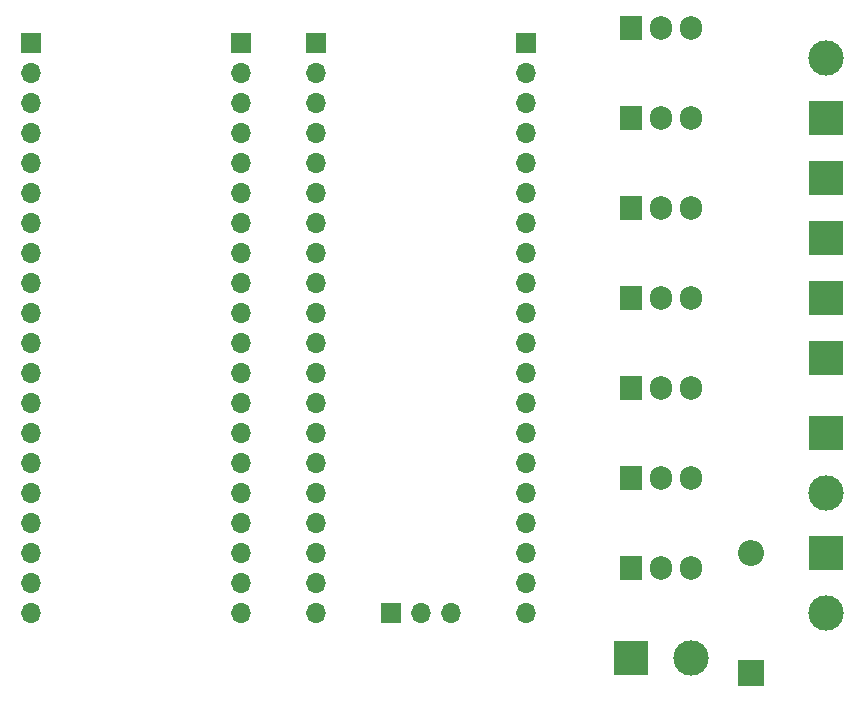
<source format=gbr>
%TF.GenerationSoftware,KiCad,Pcbnew,(5.1.10)-1*%
%TF.CreationDate,2022-01-11T17:35:31-08:00*%
%TF.ProjectId,science_cake_mosfets_2,73636965-6e63-4655-9f63-616b655f6d6f,rev?*%
%TF.SameCoordinates,Original*%
%TF.FileFunction,Soldermask,Bot*%
%TF.FilePolarity,Negative*%
%FSLAX46Y46*%
G04 Gerber Fmt 4.6, Leading zero omitted, Abs format (unit mm)*
G04 Created by KiCad (PCBNEW (5.1.10)-1) date 2022-01-11 17:35:31*
%MOMM*%
%LPD*%
G01*
G04 APERTURE LIST*
%ADD10O,1.905000X2.000000*%
%ADD11R,1.905000X2.000000*%
%ADD12R,1.700000X1.700000*%
%ADD13O,1.700000X1.700000*%
%ADD14R,3.000000X3.000000*%
%ADD15C,3.000000*%
%ADD16R,2.200000X2.200000*%
%ADD17O,2.200000X2.200000*%
G04 APERTURE END LIST*
D10*
%TO.C,Q5*%
X148590000Y-100330000D03*
X146050000Y-100330000D03*
D11*
X143510000Y-100330000D03*
%TD*%
D12*
%TO.C,J3*%
X116840000Y-86360000D03*
D13*
X116840000Y-88900000D03*
X116840000Y-91440000D03*
X116840000Y-93980000D03*
X116840000Y-96520000D03*
X116840000Y-99060000D03*
X116840000Y-101600000D03*
X116840000Y-104140000D03*
X116840000Y-106680000D03*
X116840000Y-109220000D03*
X116840000Y-111760000D03*
X116840000Y-114300000D03*
X116840000Y-116840000D03*
X116840000Y-119380000D03*
X116840000Y-121920000D03*
X116840000Y-124460000D03*
X116840000Y-127000000D03*
X116840000Y-129540000D03*
X116840000Y-132080000D03*
X116840000Y-134620000D03*
%TD*%
%TO.C,J2*%
X110490000Y-134620000D03*
X110490000Y-132080000D03*
X110490000Y-129540000D03*
X110490000Y-127000000D03*
X110490000Y-124460000D03*
X110490000Y-121920000D03*
X110490000Y-119380000D03*
X110490000Y-116840000D03*
X110490000Y-114300000D03*
X110490000Y-111760000D03*
X110490000Y-109220000D03*
X110490000Y-106680000D03*
X110490000Y-104140000D03*
X110490000Y-101600000D03*
X110490000Y-99060000D03*
X110490000Y-96520000D03*
X110490000Y-93980000D03*
X110490000Y-91440000D03*
X110490000Y-88900000D03*
D12*
X110490000Y-86360000D03*
%TD*%
D11*
%TO.C,Q6*%
X143510000Y-107950000D03*
D10*
X146050000Y-107950000D03*
X148590000Y-107950000D03*
%TD*%
D14*
%TO.C,J7*%
X160020000Y-107950000D03*
X160020000Y-102870000D03*
X160020000Y-113030000D03*
X160020000Y-97790000D03*
X160020000Y-92710000D03*
D15*
X160020000Y-87630000D03*
%TD*%
D16*
%TO.C,D1*%
X153670000Y-139700000D03*
D17*
X153670000Y-129540000D03*
%TD*%
D13*
%TO.C,J1*%
X92710000Y-134620000D03*
X92710000Y-132080000D03*
X92710000Y-129540000D03*
X92710000Y-127000000D03*
X92710000Y-124460000D03*
X92710000Y-121920000D03*
X92710000Y-119380000D03*
X92710000Y-116840000D03*
X92710000Y-114300000D03*
X92710000Y-111760000D03*
X92710000Y-109220000D03*
X92710000Y-106680000D03*
X92710000Y-104140000D03*
X92710000Y-101600000D03*
X92710000Y-99060000D03*
X92710000Y-96520000D03*
X92710000Y-93980000D03*
X92710000Y-91440000D03*
X92710000Y-88900000D03*
D12*
X92710000Y-86360000D03*
%TD*%
%TO.C,J4*%
X123190000Y-134620000D03*
D13*
X125730000Y-134620000D03*
X128270000Y-134620000D03*
%TD*%
D12*
%TO.C,J5*%
X134620000Y-86360000D03*
D13*
X134620000Y-88900000D03*
X134620000Y-91440000D03*
X134620000Y-93980000D03*
X134620000Y-96520000D03*
X134620000Y-99060000D03*
X134620000Y-101600000D03*
X134620000Y-104140000D03*
X134620000Y-106680000D03*
X134620000Y-109220000D03*
X134620000Y-111760000D03*
X134620000Y-114300000D03*
X134620000Y-116840000D03*
X134620000Y-119380000D03*
X134620000Y-121920000D03*
X134620000Y-124460000D03*
X134620000Y-127000000D03*
X134620000Y-129540000D03*
X134620000Y-132080000D03*
X134620000Y-134620000D03*
%TD*%
D14*
%TO.C,J6*%
X143510000Y-138430000D03*
D15*
X148590000Y-138430000D03*
%TD*%
D14*
%TO.C,J8*%
X160020000Y-129540000D03*
D15*
X160020000Y-124460000D03*
X160020000Y-134620000D03*
D14*
X160020000Y-119380000D03*
%TD*%
D11*
%TO.C,Q1*%
X143510000Y-130810000D03*
D10*
X146050000Y-130810000D03*
X148590000Y-130810000D03*
%TD*%
%TO.C,Q2*%
X148590000Y-85090000D03*
X146050000Y-85090000D03*
D11*
X143510000Y-85090000D03*
%TD*%
%TO.C,Q3*%
X143510000Y-92710000D03*
D10*
X146050000Y-92710000D03*
X148590000Y-92710000D03*
%TD*%
D11*
%TO.C,Q4*%
X143510000Y-123190000D03*
D10*
X146050000Y-123190000D03*
X148590000Y-123190000D03*
%TD*%
%TO.C,Q7*%
X148590000Y-115570000D03*
X146050000Y-115570000D03*
D11*
X143510000Y-115570000D03*
%TD*%
M02*

</source>
